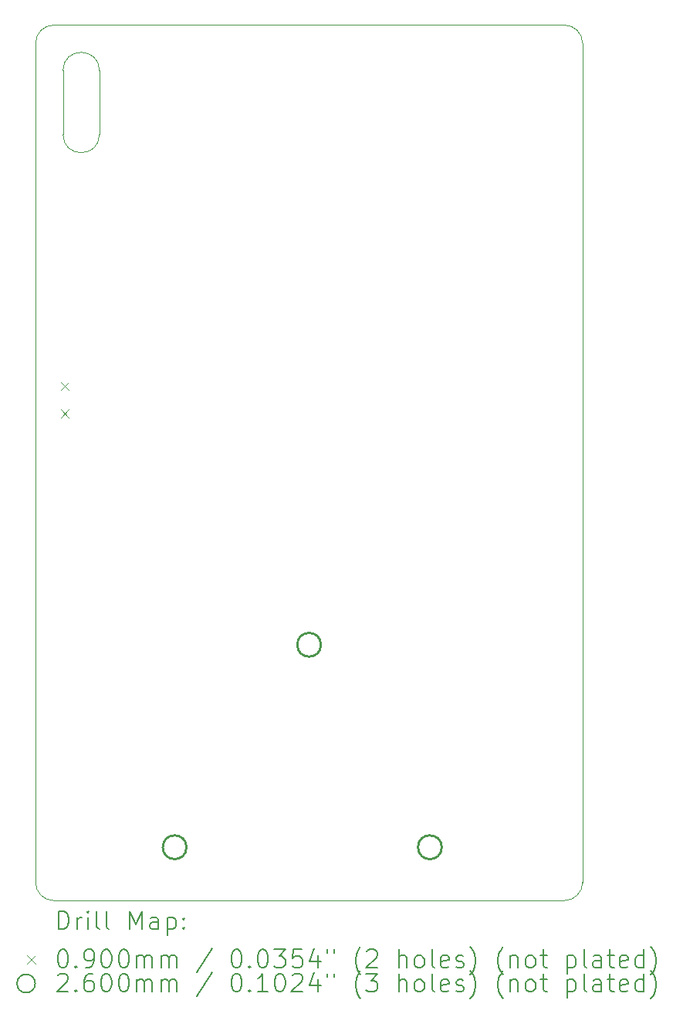
<source format=gbr>
%FSLAX45Y45*%
G04 Gerber Fmt 4.5, Leading zero omitted, Abs format (unit mm)*
G04 Created by KiCad (PCBNEW (6.0.5-0)) date 2022-11-17 16:11:58*
%MOMM*%
%LPD*%
G01*
G04 APERTURE LIST*
%TA.AperFunction,Profile*%
%ADD10C,0.100000*%
%TD*%
%ADD11C,0.200000*%
%ADD12C,0.090000*%
%ADD13C,0.260000*%
G04 APERTURE END LIST*
D10*
X4700000Y-2900000D02*
G75*
G03*
X4300000Y-2900000I-200000J0D01*
G01*
X9800000Y-12000000D02*
G75*
G03*
X10000000Y-11800000I0J200000D01*
G01*
X9800000Y-12000000D02*
X4200000Y-12000000D01*
X10000000Y-2600000D02*
X10000000Y-11800000D01*
X4000000Y-11800000D02*
G75*
G03*
X4200000Y-12000000I200000J0D01*
G01*
X4700000Y-3600000D02*
X4700000Y-2900000D01*
X4200000Y-2400000D02*
X9800000Y-2400000D01*
X4300000Y-2900000D02*
X4300000Y-3600000D01*
X4000000Y-11800000D02*
X4000000Y-2600000D01*
X4200000Y-2400000D02*
G75*
G03*
X4000000Y-2600000I0J-200000D01*
G01*
X4300000Y-3600000D02*
G75*
G03*
X4700000Y-3600000I200000J0D01*
G01*
X10000000Y-2600000D02*
G75*
G03*
X9800000Y-2400000I-200000J0D01*
G01*
D11*
D12*
X4275000Y-6315000D02*
X4365000Y-6405000D01*
X4365000Y-6315000D02*
X4275000Y-6405000D01*
X4275000Y-6615000D02*
X4365000Y-6705000D01*
X4365000Y-6615000D02*
X4275000Y-6705000D01*
D13*
X5655000Y-11415000D02*
G75*
G03*
X5655000Y-11415000I-130000J0D01*
G01*
X7130000Y-9195000D02*
G75*
G03*
X7130000Y-9195000I-130000J0D01*
G01*
X8455000Y-11415000D02*
G75*
G03*
X8455000Y-11415000I-130000J0D01*
G01*
D11*
X4252619Y-12315476D02*
X4252619Y-12115476D01*
X4300238Y-12115476D01*
X4328810Y-12125000D01*
X4347857Y-12144048D01*
X4357381Y-12163095D01*
X4366905Y-12201190D01*
X4366905Y-12229762D01*
X4357381Y-12267857D01*
X4347857Y-12286905D01*
X4328810Y-12305952D01*
X4300238Y-12315476D01*
X4252619Y-12315476D01*
X4452619Y-12315476D02*
X4452619Y-12182143D01*
X4452619Y-12220238D02*
X4462143Y-12201190D01*
X4471667Y-12191667D01*
X4490714Y-12182143D01*
X4509762Y-12182143D01*
X4576429Y-12315476D02*
X4576429Y-12182143D01*
X4576429Y-12115476D02*
X4566905Y-12125000D01*
X4576429Y-12134524D01*
X4585952Y-12125000D01*
X4576429Y-12115476D01*
X4576429Y-12134524D01*
X4700238Y-12315476D02*
X4681190Y-12305952D01*
X4671667Y-12286905D01*
X4671667Y-12115476D01*
X4805000Y-12315476D02*
X4785952Y-12305952D01*
X4776429Y-12286905D01*
X4776429Y-12115476D01*
X5033571Y-12315476D02*
X5033571Y-12115476D01*
X5100238Y-12258333D01*
X5166905Y-12115476D01*
X5166905Y-12315476D01*
X5347857Y-12315476D02*
X5347857Y-12210714D01*
X5338333Y-12191667D01*
X5319286Y-12182143D01*
X5281190Y-12182143D01*
X5262143Y-12191667D01*
X5347857Y-12305952D02*
X5328810Y-12315476D01*
X5281190Y-12315476D01*
X5262143Y-12305952D01*
X5252619Y-12286905D01*
X5252619Y-12267857D01*
X5262143Y-12248809D01*
X5281190Y-12239286D01*
X5328810Y-12239286D01*
X5347857Y-12229762D01*
X5443095Y-12182143D02*
X5443095Y-12382143D01*
X5443095Y-12191667D02*
X5462143Y-12182143D01*
X5500238Y-12182143D01*
X5519286Y-12191667D01*
X5528810Y-12201190D01*
X5538333Y-12220238D01*
X5538333Y-12277381D01*
X5528810Y-12296428D01*
X5519286Y-12305952D01*
X5500238Y-12315476D01*
X5462143Y-12315476D01*
X5443095Y-12305952D01*
X5624048Y-12296428D02*
X5633571Y-12305952D01*
X5624048Y-12315476D01*
X5614524Y-12305952D01*
X5624048Y-12296428D01*
X5624048Y-12315476D01*
X5624048Y-12191667D02*
X5633571Y-12201190D01*
X5624048Y-12210714D01*
X5614524Y-12201190D01*
X5624048Y-12191667D01*
X5624048Y-12210714D01*
D12*
X3905000Y-12600000D02*
X3995000Y-12690000D01*
X3995000Y-12600000D02*
X3905000Y-12690000D01*
D11*
X4290714Y-12535476D02*
X4309762Y-12535476D01*
X4328810Y-12545000D01*
X4338333Y-12554524D01*
X4347857Y-12573571D01*
X4357381Y-12611667D01*
X4357381Y-12659286D01*
X4347857Y-12697381D01*
X4338333Y-12716428D01*
X4328810Y-12725952D01*
X4309762Y-12735476D01*
X4290714Y-12735476D01*
X4271667Y-12725952D01*
X4262143Y-12716428D01*
X4252619Y-12697381D01*
X4243095Y-12659286D01*
X4243095Y-12611667D01*
X4252619Y-12573571D01*
X4262143Y-12554524D01*
X4271667Y-12545000D01*
X4290714Y-12535476D01*
X4443095Y-12716428D02*
X4452619Y-12725952D01*
X4443095Y-12735476D01*
X4433571Y-12725952D01*
X4443095Y-12716428D01*
X4443095Y-12735476D01*
X4547857Y-12735476D02*
X4585952Y-12735476D01*
X4605000Y-12725952D01*
X4614524Y-12716428D01*
X4633571Y-12687857D01*
X4643095Y-12649762D01*
X4643095Y-12573571D01*
X4633571Y-12554524D01*
X4624048Y-12545000D01*
X4605000Y-12535476D01*
X4566905Y-12535476D01*
X4547857Y-12545000D01*
X4538333Y-12554524D01*
X4528810Y-12573571D01*
X4528810Y-12621190D01*
X4538333Y-12640238D01*
X4547857Y-12649762D01*
X4566905Y-12659286D01*
X4605000Y-12659286D01*
X4624048Y-12649762D01*
X4633571Y-12640238D01*
X4643095Y-12621190D01*
X4766905Y-12535476D02*
X4785952Y-12535476D01*
X4805000Y-12545000D01*
X4814524Y-12554524D01*
X4824048Y-12573571D01*
X4833571Y-12611667D01*
X4833571Y-12659286D01*
X4824048Y-12697381D01*
X4814524Y-12716428D01*
X4805000Y-12725952D01*
X4785952Y-12735476D01*
X4766905Y-12735476D01*
X4747857Y-12725952D01*
X4738333Y-12716428D01*
X4728810Y-12697381D01*
X4719286Y-12659286D01*
X4719286Y-12611667D01*
X4728810Y-12573571D01*
X4738333Y-12554524D01*
X4747857Y-12545000D01*
X4766905Y-12535476D01*
X4957381Y-12535476D02*
X4976429Y-12535476D01*
X4995476Y-12545000D01*
X5005000Y-12554524D01*
X5014524Y-12573571D01*
X5024048Y-12611667D01*
X5024048Y-12659286D01*
X5014524Y-12697381D01*
X5005000Y-12716428D01*
X4995476Y-12725952D01*
X4976429Y-12735476D01*
X4957381Y-12735476D01*
X4938333Y-12725952D01*
X4928810Y-12716428D01*
X4919286Y-12697381D01*
X4909762Y-12659286D01*
X4909762Y-12611667D01*
X4919286Y-12573571D01*
X4928810Y-12554524D01*
X4938333Y-12545000D01*
X4957381Y-12535476D01*
X5109762Y-12735476D02*
X5109762Y-12602143D01*
X5109762Y-12621190D02*
X5119286Y-12611667D01*
X5138333Y-12602143D01*
X5166905Y-12602143D01*
X5185952Y-12611667D01*
X5195476Y-12630714D01*
X5195476Y-12735476D01*
X5195476Y-12630714D02*
X5205000Y-12611667D01*
X5224048Y-12602143D01*
X5252619Y-12602143D01*
X5271667Y-12611667D01*
X5281190Y-12630714D01*
X5281190Y-12735476D01*
X5376429Y-12735476D02*
X5376429Y-12602143D01*
X5376429Y-12621190D02*
X5385952Y-12611667D01*
X5405000Y-12602143D01*
X5433571Y-12602143D01*
X5452619Y-12611667D01*
X5462143Y-12630714D01*
X5462143Y-12735476D01*
X5462143Y-12630714D02*
X5471667Y-12611667D01*
X5490714Y-12602143D01*
X5519286Y-12602143D01*
X5538333Y-12611667D01*
X5547857Y-12630714D01*
X5547857Y-12735476D01*
X5938333Y-12525952D02*
X5766905Y-12783095D01*
X6195476Y-12535476D02*
X6214524Y-12535476D01*
X6233571Y-12545000D01*
X6243095Y-12554524D01*
X6252619Y-12573571D01*
X6262143Y-12611667D01*
X6262143Y-12659286D01*
X6252619Y-12697381D01*
X6243095Y-12716428D01*
X6233571Y-12725952D01*
X6214524Y-12735476D01*
X6195476Y-12735476D01*
X6176428Y-12725952D01*
X6166905Y-12716428D01*
X6157381Y-12697381D01*
X6147857Y-12659286D01*
X6147857Y-12611667D01*
X6157381Y-12573571D01*
X6166905Y-12554524D01*
X6176428Y-12545000D01*
X6195476Y-12535476D01*
X6347857Y-12716428D02*
X6357381Y-12725952D01*
X6347857Y-12735476D01*
X6338333Y-12725952D01*
X6347857Y-12716428D01*
X6347857Y-12735476D01*
X6481190Y-12535476D02*
X6500238Y-12535476D01*
X6519286Y-12545000D01*
X6528809Y-12554524D01*
X6538333Y-12573571D01*
X6547857Y-12611667D01*
X6547857Y-12659286D01*
X6538333Y-12697381D01*
X6528809Y-12716428D01*
X6519286Y-12725952D01*
X6500238Y-12735476D01*
X6481190Y-12735476D01*
X6462143Y-12725952D01*
X6452619Y-12716428D01*
X6443095Y-12697381D01*
X6433571Y-12659286D01*
X6433571Y-12611667D01*
X6443095Y-12573571D01*
X6452619Y-12554524D01*
X6462143Y-12545000D01*
X6481190Y-12535476D01*
X6614524Y-12535476D02*
X6738333Y-12535476D01*
X6671667Y-12611667D01*
X6700238Y-12611667D01*
X6719286Y-12621190D01*
X6728809Y-12630714D01*
X6738333Y-12649762D01*
X6738333Y-12697381D01*
X6728809Y-12716428D01*
X6719286Y-12725952D01*
X6700238Y-12735476D01*
X6643095Y-12735476D01*
X6624048Y-12725952D01*
X6614524Y-12716428D01*
X6919286Y-12535476D02*
X6824048Y-12535476D01*
X6814524Y-12630714D01*
X6824048Y-12621190D01*
X6843095Y-12611667D01*
X6890714Y-12611667D01*
X6909762Y-12621190D01*
X6919286Y-12630714D01*
X6928809Y-12649762D01*
X6928809Y-12697381D01*
X6919286Y-12716428D01*
X6909762Y-12725952D01*
X6890714Y-12735476D01*
X6843095Y-12735476D01*
X6824048Y-12725952D01*
X6814524Y-12716428D01*
X7100238Y-12602143D02*
X7100238Y-12735476D01*
X7052619Y-12525952D02*
X7005000Y-12668809D01*
X7128809Y-12668809D01*
X7195476Y-12535476D02*
X7195476Y-12573571D01*
X7271667Y-12535476D02*
X7271667Y-12573571D01*
X7566905Y-12811667D02*
X7557381Y-12802143D01*
X7538333Y-12773571D01*
X7528809Y-12754524D01*
X7519286Y-12725952D01*
X7509762Y-12678333D01*
X7509762Y-12640238D01*
X7519286Y-12592619D01*
X7528809Y-12564048D01*
X7538333Y-12545000D01*
X7557381Y-12516428D01*
X7566905Y-12506905D01*
X7633571Y-12554524D02*
X7643095Y-12545000D01*
X7662143Y-12535476D01*
X7709762Y-12535476D01*
X7728809Y-12545000D01*
X7738333Y-12554524D01*
X7747857Y-12573571D01*
X7747857Y-12592619D01*
X7738333Y-12621190D01*
X7624048Y-12735476D01*
X7747857Y-12735476D01*
X7985952Y-12735476D02*
X7985952Y-12535476D01*
X8071667Y-12735476D02*
X8071667Y-12630714D01*
X8062143Y-12611667D01*
X8043095Y-12602143D01*
X8014524Y-12602143D01*
X7995476Y-12611667D01*
X7985952Y-12621190D01*
X8195476Y-12735476D02*
X8176428Y-12725952D01*
X8166905Y-12716428D01*
X8157381Y-12697381D01*
X8157381Y-12640238D01*
X8166905Y-12621190D01*
X8176428Y-12611667D01*
X8195476Y-12602143D01*
X8224048Y-12602143D01*
X8243095Y-12611667D01*
X8252619Y-12621190D01*
X8262143Y-12640238D01*
X8262143Y-12697381D01*
X8252619Y-12716428D01*
X8243095Y-12725952D01*
X8224048Y-12735476D01*
X8195476Y-12735476D01*
X8376428Y-12735476D02*
X8357381Y-12725952D01*
X8347857Y-12706905D01*
X8347857Y-12535476D01*
X8528810Y-12725952D02*
X8509762Y-12735476D01*
X8471667Y-12735476D01*
X8452619Y-12725952D01*
X8443095Y-12706905D01*
X8443095Y-12630714D01*
X8452619Y-12611667D01*
X8471667Y-12602143D01*
X8509762Y-12602143D01*
X8528810Y-12611667D01*
X8538333Y-12630714D01*
X8538333Y-12649762D01*
X8443095Y-12668809D01*
X8614524Y-12725952D02*
X8633571Y-12735476D01*
X8671667Y-12735476D01*
X8690714Y-12725952D01*
X8700238Y-12706905D01*
X8700238Y-12697381D01*
X8690714Y-12678333D01*
X8671667Y-12668809D01*
X8643095Y-12668809D01*
X8624048Y-12659286D01*
X8614524Y-12640238D01*
X8614524Y-12630714D01*
X8624048Y-12611667D01*
X8643095Y-12602143D01*
X8671667Y-12602143D01*
X8690714Y-12611667D01*
X8766905Y-12811667D02*
X8776429Y-12802143D01*
X8795476Y-12773571D01*
X8805000Y-12754524D01*
X8814524Y-12725952D01*
X8824048Y-12678333D01*
X8824048Y-12640238D01*
X8814524Y-12592619D01*
X8805000Y-12564048D01*
X8795476Y-12545000D01*
X8776429Y-12516428D01*
X8766905Y-12506905D01*
X9128810Y-12811667D02*
X9119286Y-12802143D01*
X9100238Y-12773571D01*
X9090714Y-12754524D01*
X9081190Y-12725952D01*
X9071667Y-12678333D01*
X9071667Y-12640238D01*
X9081190Y-12592619D01*
X9090714Y-12564048D01*
X9100238Y-12545000D01*
X9119286Y-12516428D01*
X9128810Y-12506905D01*
X9205000Y-12602143D02*
X9205000Y-12735476D01*
X9205000Y-12621190D02*
X9214524Y-12611667D01*
X9233571Y-12602143D01*
X9262143Y-12602143D01*
X9281190Y-12611667D01*
X9290714Y-12630714D01*
X9290714Y-12735476D01*
X9414524Y-12735476D02*
X9395476Y-12725952D01*
X9385952Y-12716428D01*
X9376429Y-12697381D01*
X9376429Y-12640238D01*
X9385952Y-12621190D01*
X9395476Y-12611667D01*
X9414524Y-12602143D01*
X9443095Y-12602143D01*
X9462143Y-12611667D01*
X9471667Y-12621190D01*
X9481190Y-12640238D01*
X9481190Y-12697381D01*
X9471667Y-12716428D01*
X9462143Y-12725952D01*
X9443095Y-12735476D01*
X9414524Y-12735476D01*
X9538333Y-12602143D02*
X9614524Y-12602143D01*
X9566905Y-12535476D02*
X9566905Y-12706905D01*
X9576429Y-12725952D01*
X9595476Y-12735476D01*
X9614524Y-12735476D01*
X9833571Y-12602143D02*
X9833571Y-12802143D01*
X9833571Y-12611667D02*
X9852619Y-12602143D01*
X9890714Y-12602143D01*
X9909762Y-12611667D01*
X9919286Y-12621190D01*
X9928810Y-12640238D01*
X9928810Y-12697381D01*
X9919286Y-12716428D01*
X9909762Y-12725952D01*
X9890714Y-12735476D01*
X9852619Y-12735476D01*
X9833571Y-12725952D01*
X10043095Y-12735476D02*
X10024048Y-12725952D01*
X10014524Y-12706905D01*
X10014524Y-12535476D01*
X10205000Y-12735476D02*
X10205000Y-12630714D01*
X10195476Y-12611667D01*
X10176429Y-12602143D01*
X10138333Y-12602143D01*
X10119286Y-12611667D01*
X10205000Y-12725952D02*
X10185952Y-12735476D01*
X10138333Y-12735476D01*
X10119286Y-12725952D01*
X10109762Y-12706905D01*
X10109762Y-12687857D01*
X10119286Y-12668809D01*
X10138333Y-12659286D01*
X10185952Y-12659286D01*
X10205000Y-12649762D01*
X10271667Y-12602143D02*
X10347857Y-12602143D01*
X10300238Y-12535476D02*
X10300238Y-12706905D01*
X10309762Y-12725952D01*
X10328810Y-12735476D01*
X10347857Y-12735476D01*
X10490714Y-12725952D02*
X10471667Y-12735476D01*
X10433571Y-12735476D01*
X10414524Y-12725952D01*
X10405000Y-12706905D01*
X10405000Y-12630714D01*
X10414524Y-12611667D01*
X10433571Y-12602143D01*
X10471667Y-12602143D01*
X10490714Y-12611667D01*
X10500238Y-12630714D01*
X10500238Y-12649762D01*
X10405000Y-12668809D01*
X10671667Y-12735476D02*
X10671667Y-12535476D01*
X10671667Y-12725952D02*
X10652619Y-12735476D01*
X10614524Y-12735476D01*
X10595476Y-12725952D01*
X10585952Y-12716428D01*
X10576429Y-12697381D01*
X10576429Y-12640238D01*
X10585952Y-12621190D01*
X10595476Y-12611667D01*
X10614524Y-12602143D01*
X10652619Y-12602143D01*
X10671667Y-12611667D01*
X10747857Y-12811667D02*
X10757381Y-12802143D01*
X10776429Y-12773571D01*
X10785952Y-12754524D01*
X10795476Y-12725952D01*
X10805000Y-12678333D01*
X10805000Y-12640238D01*
X10795476Y-12592619D01*
X10785952Y-12564048D01*
X10776429Y-12545000D01*
X10757381Y-12516428D01*
X10747857Y-12506905D01*
X3995000Y-12909000D02*
G75*
G03*
X3995000Y-12909000I-100000J0D01*
G01*
X4243095Y-12818524D02*
X4252619Y-12809000D01*
X4271667Y-12799476D01*
X4319286Y-12799476D01*
X4338333Y-12809000D01*
X4347857Y-12818524D01*
X4357381Y-12837571D01*
X4357381Y-12856619D01*
X4347857Y-12885190D01*
X4233571Y-12999476D01*
X4357381Y-12999476D01*
X4443095Y-12980428D02*
X4452619Y-12989952D01*
X4443095Y-12999476D01*
X4433571Y-12989952D01*
X4443095Y-12980428D01*
X4443095Y-12999476D01*
X4624048Y-12799476D02*
X4585952Y-12799476D01*
X4566905Y-12809000D01*
X4557381Y-12818524D01*
X4538333Y-12847095D01*
X4528810Y-12885190D01*
X4528810Y-12961381D01*
X4538333Y-12980428D01*
X4547857Y-12989952D01*
X4566905Y-12999476D01*
X4605000Y-12999476D01*
X4624048Y-12989952D01*
X4633571Y-12980428D01*
X4643095Y-12961381D01*
X4643095Y-12913762D01*
X4633571Y-12894714D01*
X4624048Y-12885190D01*
X4605000Y-12875667D01*
X4566905Y-12875667D01*
X4547857Y-12885190D01*
X4538333Y-12894714D01*
X4528810Y-12913762D01*
X4766905Y-12799476D02*
X4785952Y-12799476D01*
X4805000Y-12809000D01*
X4814524Y-12818524D01*
X4824048Y-12837571D01*
X4833571Y-12875667D01*
X4833571Y-12923286D01*
X4824048Y-12961381D01*
X4814524Y-12980428D01*
X4805000Y-12989952D01*
X4785952Y-12999476D01*
X4766905Y-12999476D01*
X4747857Y-12989952D01*
X4738333Y-12980428D01*
X4728810Y-12961381D01*
X4719286Y-12923286D01*
X4719286Y-12875667D01*
X4728810Y-12837571D01*
X4738333Y-12818524D01*
X4747857Y-12809000D01*
X4766905Y-12799476D01*
X4957381Y-12799476D02*
X4976429Y-12799476D01*
X4995476Y-12809000D01*
X5005000Y-12818524D01*
X5014524Y-12837571D01*
X5024048Y-12875667D01*
X5024048Y-12923286D01*
X5014524Y-12961381D01*
X5005000Y-12980428D01*
X4995476Y-12989952D01*
X4976429Y-12999476D01*
X4957381Y-12999476D01*
X4938333Y-12989952D01*
X4928810Y-12980428D01*
X4919286Y-12961381D01*
X4909762Y-12923286D01*
X4909762Y-12875667D01*
X4919286Y-12837571D01*
X4928810Y-12818524D01*
X4938333Y-12809000D01*
X4957381Y-12799476D01*
X5109762Y-12999476D02*
X5109762Y-12866143D01*
X5109762Y-12885190D02*
X5119286Y-12875667D01*
X5138333Y-12866143D01*
X5166905Y-12866143D01*
X5185952Y-12875667D01*
X5195476Y-12894714D01*
X5195476Y-12999476D01*
X5195476Y-12894714D02*
X5205000Y-12875667D01*
X5224048Y-12866143D01*
X5252619Y-12866143D01*
X5271667Y-12875667D01*
X5281190Y-12894714D01*
X5281190Y-12999476D01*
X5376429Y-12999476D02*
X5376429Y-12866143D01*
X5376429Y-12885190D02*
X5385952Y-12875667D01*
X5405000Y-12866143D01*
X5433571Y-12866143D01*
X5452619Y-12875667D01*
X5462143Y-12894714D01*
X5462143Y-12999476D01*
X5462143Y-12894714D02*
X5471667Y-12875667D01*
X5490714Y-12866143D01*
X5519286Y-12866143D01*
X5538333Y-12875667D01*
X5547857Y-12894714D01*
X5547857Y-12999476D01*
X5938333Y-12789952D02*
X5766905Y-13047095D01*
X6195476Y-12799476D02*
X6214524Y-12799476D01*
X6233571Y-12809000D01*
X6243095Y-12818524D01*
X6252619Y-12837571D01*
X6262143Y-12875667D01*
X6262143Y-12923286D01*
X6252619Y-12961381D01*
X6243095Y-12980428D01*
X6233571Y-12989952D01*
X6214524Y-12999476D01*
X6195476Y-12999476D01*
X6176428Y-12989952D01*
X6166905Y-12980428D01*
X6157381Y-12961381D01*
X6147857Y-12923286D01*
X6147857Y-12875667D01*
X6157381Y-12837571D01*
X6166905Y-12818524D01*
X6176428Y-12809000D01*
X6195476Y-12799476D01*
X6347857Y-12980428D02*
X6357381Y-12989952D01*
X6347857Y-12999476D01*
X6338333Y-12989952D01*
X6347857Y-12980428D01*
X6347857Y-12999476D01*
X6547857Y-12999476D02*
X6433571Y-12999476D01*
X6490714Y-12999476D02*
X6490714Y-12799476D01*
X6471667Y-12828048D01*
X6452619Y-12847095D01*
X6433571Y-12856619D01*
X6671667Y-12799476D02*
X6690714Y-12799476D01*
X6709762Y-12809000D01*
X6719286Y-12818524D01*
X6728809Y-12837571D01*
X6738333Y-12875667D01*
X6738333Y-12923286D01*
X6728809Y-12961381D01*
X6719286Y-12980428D01*
X6709762Y-12989952D01*
X6690714Y-12999476D01*
X6671667Y-12999476D01*
X6652619Y-12989952D01*
X6643095Y-12980428D01*
X6633571Y-12961381D01*
X6624048Y-12923286D01*
X6624048Y-12875667D01*
X6633571Y-12837571D01*
X6643095Y-12818524D01*
X6652619Y-12809000D01*
X6671667Y-12799476D01*
X6814524Y-12818524D02*
X6824048Y-12809000D01*
X6843095Y-12799476D01*
X6890714Y-12799476D01*
X6909762Y-12809000D01*
X6919286Y-12818524D01*
X6928809Y-12837571D01*
X6928809Y-12856619D01*
X6919286Y-12885190D01*
X6805000Y-12999476D01*
X6928809Y-12999476D01*
X7100238Y-12866143D02*
X7100238Y-12999476D01*
X7052619Y-12789952D02*
X7005000Y-12932809D01*
X7128809Y-12932809D01*
X7195476Y-12799476D02*
X7195476Y-12837571D01*
X7271667Y-12799476D02*
X7271667Y-12837571D01*
X7566905Y-13075667D02*
X7557381Y-13066143D01*
X7538333Y-13037571D01*
X7528809Y-13018524D01*
X7519286Y-12989952D01*
X7509762Y-12942333D01*
X7509762Y-12904238D01*
X7519286Y-12856619D01*
X7528809Y-12828048D01*
X7538333Y-12809000D01*
X7557381Y-12780428D01*
X7566905Y-12770905D01*
X7624048Y-12799476D02*
X7747857Y-12799476D01*
X7681190Y-12875667D01*
X7709762Y-12875667D01*
X7728809Y-12885190D01*
X7738333Y-12894714D01*
X7747857Y-12913762D01*
X7747857Y-12961381D01*
X7738333Y-12980428D01*
X7728809Y-12989952D01*
X7709762Y-12999476D01*
X7652619Y-12999476D01*
X7633571Y-12989952D01*
X7624048Y-12980428D01*
X7985952Y-12999476D02*
X7985952Y-12799476D01*
X8071667Y-12999476D02*
X8071667Y-12894714D01*
X8062143Y-12875667D01*
X8043095Y-12866143D01*
X8014524Y-12866143D01*
X7995476Y-12875667D01*
X7985952Y-12885190D01*
X8195476Y-12999476D02*
X8176428Y-12989952D01*
X8166905Y-12980428D01*
X8157381Y-12961381D01*
X8157381Y-12904238D01*
X8166905Y-12885190D01*
X8176428Y-12875667D01*
X8195476Y-12866143D01*
X8224048Y-12866143D01*
X8243095Y-12875667D01*
X8252619Y-12885190D01*
X8262143Y-12904238D01*
X8262143Y-12961381D01*
X8252619Y-12980428D01*
X8243095Y-12989952D01*
X8224048Y-12999476D01*
X8195476Y-12999476D01*
X8376428Y-12999476D02*
X8357381Y-12989952D01*
X8347857Y-12970905D01*
X8347857Y-12799476D01*
X8528810Y-12989952D02*
X8509762Y-12999476D01*
X8471667Y-12999476D01*
X8452619Y-12989952D01*
X8443095Y-12970905D01*
X8443095Y-12894714D01*
X8452619Y-12875667D01*
X8471667Y-12866143D01*
X8509762Y-12866143D01*
X8528810Y-12875667D01*
X8538333Y-12894714D01*
X8538333Y-12913762D01*
X8443095Y-12932809D01*
X8614524Y-12989952D02*
X8633571Y-12999476D01*
X8671667Y-12999476D01*
X8690714Y-12989952D01*
X8700238Y-12970905D01*
X8700238Y-12961381D01*
X8690714Y-12942333D01*
X8671667Y-12932809D01*
X8643095Y-12932809D01*
X8624048Y-12923286D01*
X8614524Y-12904238D01*
X8614524Y-12894714D01*
X8624048Y-12875667D01*
X8643095Y-12866143D01*
X8671667Y-12866143D01*
X8690714Y-12875667D01*
X8766905Y-13075667D02*
X8776429Y-13066143D01*
X8795476Y-13037571D01*
X8805000Y-13018524D01*
X8814524Y-12989952D01*
X8824048Y-12942333D01*
X8824048Y-12904238D01*
X8814524Y-12856619D01*
X8805000Y-12828048D01*
X8795476Y-12809000D01*
X8776429Y-12780428D01*
X8766905Y-12770905D01*
X9128810Y-13075667D02*
X9119286Y-13066143D01*
X9100238Y-13037571D01*
X9090714Y-13018524D01*
X9081190Y-12989952D01*
X9071667Y-12942333D01*
X9071667Y-12904238D01*
X9081190Y-12856619D01*
X9090714Y-12828048D01*
X9100238Y-12809000D01*
X9119286Y-12780428D01*
X9128810Y-12770905D01*
X9205000Y-12866143D02*
X9205000Y-12999476D01*
X9205000Y-12885190D02*
X9214524Y-12875667D01*
X9233571Y-12866143D01*
X9262143Y-12866143D01*
X9281190Y-12875667D01*
X9290714Y-12894714D01*
X9290714Y-12999476D01*
X9414524Y-12999476D02*
X9395476Y-12989952D01*
X9385952Y-12980428D01*
X9376429Y-12961381D01*
X9376429Y-12904238D01*
X9385952Y-12885190D01*
X9395476Y-12875667D01*
X9414524Y-12866143D01*
X9443095Y-12866143D01*
X9462143Y-12875667D01*
X9471667Y-12885190D01*
X9481190Y-12904238D01*
X9481190Y-12961381D01*
X9471667Y-12980428D01*
X9462143Y-12989952D01*
X9443095Y-12999476D01*
X9414524Y-12999476D01*
X9538333Y-12866143D02*
X9614524Y-12866143D01*
X9566905Y-12799476D02*
X9566905Y-12970905D01*
X9576429Y-12989952D01*
X9595476Y-12999476D01*
X9614524Y-12999476D01*
X9833571Y-12866143D02*
X9833571Y-13066143D01*
X9833571Y-12875667D02*
X9852619Y-12866143D01*
X9890714Y-12866143D01*
X9909762Y-12875667D01*
X9919286Y-12885190D01*
X9928810Y-12904238D01*
X9928810Y-12961381D01*
X9919286Y-12980428D01*
X9909762Y-12989952D01*
X9890714Y-12999476D01*
X9852619Y-12999476D01*
X9833571Y-12989952D01*
X10043095Y-12999476D02*
X10024048Y-12989952D01*
X10014524Y-12970905D01*
X10014524Y-12799476D01*
X10205000Y-12999476D02*
X10205000Y-12894714D01*
X10195476Y-12875667D01*
X10176429Y-12866143D01*
X10138333Y-12866143D01*
X10119286Y-12875667D01*
X10205000Y-12989952D02*
X10185952Y-12999476D01*
X10138333Y-12999476D01*
X10119286Y-12989952D01*
X10109762Y-12970905D01*
X10109762Y-12951857D01*
X10119286Y-12932809D01*
X10138333Y-12923286D01*
X10185952Y-12923286D01*
X10205000Y-12913762D01*
X10271667Y-12866143D02*
X10347857Y-12866143D01*
X10300238Y-12799476D02*
X10300238Y-12970905D01*
X10309762Y-12989952D01*
X10328810Y-12999476D01*
X10347857Y-12999476D01*
X10490714Y-12989952D02*
X10471667Y-12999476D01*
X10433571Y-12999476D01*
X10414524Y-12989952D01*
X10405000Y-12970905D01*
X10405000Y-12894714D01*
X10414524Y-12875667D01*
X10433571Y-12866143D01*
X10471667Y-12866143D01*
X10490714Y-12875667D01*
X10500238Y-12894714D01*
X10500238Y-12913762D01*
X10405000Y-12932809D01*
X10671667Y-12999476D02*
X10671667Y-12799476D01*
X10671667Y-12989952D02*
X10652619Y-12999476D01*
X10614524Y-12999476D01*
X10595476Y-12989952D01*
X10585952Y-12980428D01*
X10576429Y-12961381D01*
X10576429Y-12904238D01*
X10585952Y-12885190D01*
X10595476Y-12875667D01*
X10614524Y-12866143D01*
X10652619Y-12866143D01*
X10671667Y-12875667D01*
X10747857Y-13075667D02*
X10757381Y-13066143D01*
X10776429Y-13037571D01*
X10785952Y-13018524D01*
X10795476Y-12989952D01*
X10805000Y-12942333D01*
X10805000Y-12904238D01*
X10795476Y-12856619D01*
X10785952Y-12828048D01*
X10776429Y-12809000D01*
X10757381Y-12780428D01*
X10747857Y-12770905D01*
M02*

</source>
